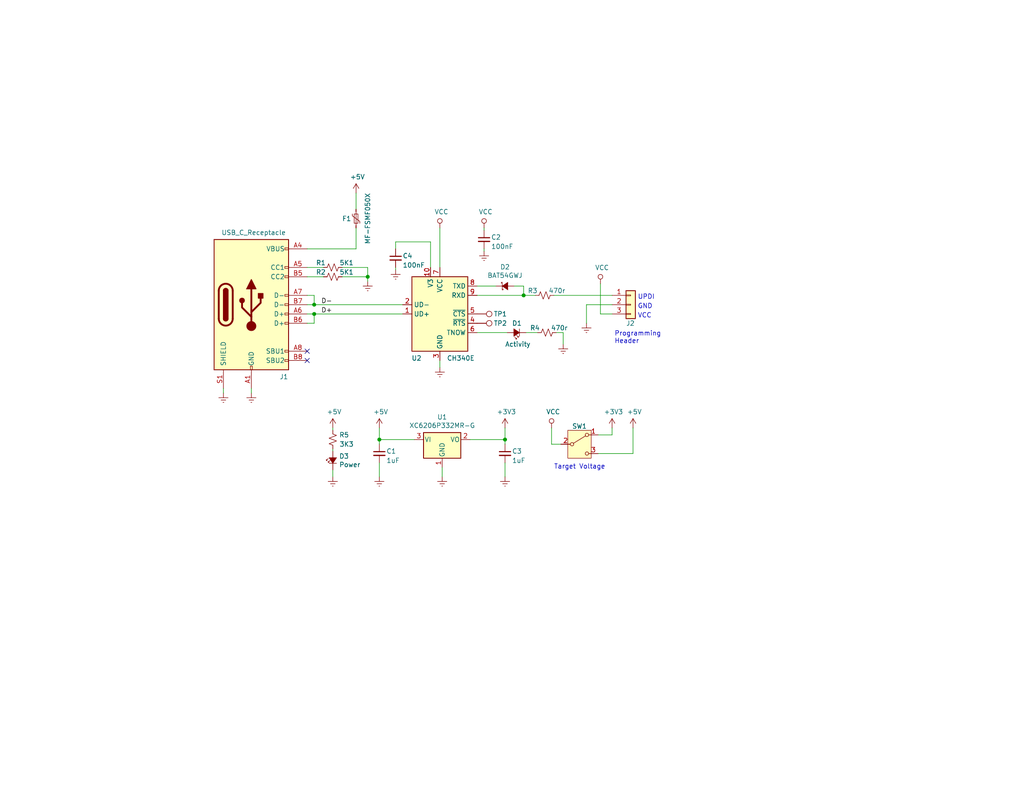
<source format=kicad_sch>
(kicad_sch (version 20231120) (generator "eeschema") (generator_version "8.0")
  (paper "A")
  (title_block (title "Serial UPDI Programmer") (date "2024-09-01") (rev "1") (company "Gadget Reboot") (comment 1 "https://www.youtube.com/gadgetreboot") (comment 2 "https://github.com/GadgetReboot/Serial_UPDI"))
  (lib_symbols
    (symbol "CH340E:CH340E"
      (property "Reference" "U" (at -5.08 13.97 0))
      (property "Value" "CH340E" (at 1.27 13.97 0))
      (symbol "CH340E_0_1"
        (rectangle (start -7.62 12.7) (end 7.62 -7.62) (stroke (width 0.254)) (fill (type background)))
      )
      (symbol "CH340E_1_1"
        (pin bidirectional line (at -10.16 2.54 0) (length 2.54) (name "UD+") (number "1"))
        (pin passive line (at -2.54 15.24 270) (length 2.54) (name "V3") (number "10"))
        (pin bidirectional line (at -10.16 5.08 0) (length 2.54) (name "UD-") (number "2"))
        (pin power_in line (at 0 -10.16 90) (length 2.54) (name "GND") (number "3"))
        (pin output line (at 10.16 0 180) (length 2.54) (name "~{RTS}") (number "4"))
        (pin input line (at 10.16 2.54 180) (length 2.54) (name "~{CTS}") (number "5"))
        (pin output line (at 10.16 -2.54 180) (length 2.54) (name "TNOW") (number "6"))
        (pin power_in line (at 0 15.24 270) (length 2.54) (name "VCC") (number "7"))
        (pin output line (at 10.16 10.16 180) (length 2.54) (name "TXD") (number "8"))
        (pin input line (at 10.16 7.62 180) (length 2.54) (name "RXD") (number "9"))
      )
    )
    (symbol "Connector:TestPoint" (pin_numbers hide) (pin_names (offset 0.762) hide)
      (property "Reference" "TP" (at 0 6.858 0))
      (property "Value" "TestPoint" (at 0 5.08 0))
      (symbol "TestPoint_0_1"
        (circle (center 0 3.302) (radius 0.762))
      )
      (symbol "TestPoint_1_1"
        (pin passive line (at 0 0 90) (length 2.54) (name "1") (number "1"))
      )
    )
    (symbol "Connector_Generic:Conn_01x03" (pin_names (offset 1.016) hide)
      (property "Reference" "J" (at 0 5.08 0))
      (property "Value" "Conn_01x03" (at 0 -5.08 0))
      (symbol "Conn_01x03_1_1"
        (rectangle (start -1.27 -2.413) (end 0 -2.667) (stroke (width 0.1524)))
        (rectangle (start -1.27 0.127) (end 0 -0.127) (stroke (width 0.1524)))
        (rectangle (start -1.27 2.667) (end 0 2.413) (stroke (width 0.1524)))
        (rectangle (start -1.27 3.81) (end 1.27 -3.81) (stroke (width 0.254)) (fill (type background)))
        (pin passive line (at -5.08 2.54 0) (length 3.81) (name "Pin_1") (number "1"))
        (pin passive line (at -5.08 0 0) (length 3.81) (name "Pin_2") (number "2"))
        (pin passive line (at -5.08 -2.54 0) (length 3.81) (name "Pin_3") (number "3"))
      )
    )
    (symbol "Device:C_Small" (pin_numbers hide) (pin_names (offset 0.254) hide)
      (property "Reference" "C" (at 0.254 1.778 0))
      (property "Value" "C_Small" (at 0.254 -2.032 0))
      (symbol "C_Small_0_1"
        (polyline (pts (xy -1.524 -0.508) (xy 1.524 -0.508)) (stroke (width 0.3302)))
        (polyline (pts (xy -1.524 0.508) (xy 1.524 0.508)) (stroke (width 0.3048)))
      )
      (symbol "C_Small_1_1"
        (pin passive line (at 0 2.54 270) (length 2.032) (name "~") (number "1"))
        (pin passive line (at 0 -2.54 90) (length 2.032) (name "~") (number "2"))
      )
    )
    (symbol "Device:Polyfuse_Small" (pin_numbers hide) (pin_names (offset 0))
      (property "Reference" "F" (at -1.905 0 90))
      (property "Value" "Polyfuse_Small" (at 1.905 0 90))
      (symbol "Polyfuse_Small_0_1"
        (rectangle (start -0.508 1.27) (end 0.508 -1.27))
        (polyline (pts (xy 0 2.54) (xy 0 -2.54)))
        (polyline (pts (xy -1.016 1.27) (xy -1.016 0.762) (xy 1.016 -0.762) (xy 1.016 -1.27)))
      )
      (symbol "Polyfuse_Small_1_1"
        (pin passive line (at 0 2.54 270) (length 0.635) (name "~") (number "1"))
        (pin passive line (at 0 -2.54 90) (length 0.635) (name "~") (number "2"))
      )
    )
    (symbol "Device:R_Small_US" (pin_numbers hide) (pin_names (offset 0.254) hide)
      (property "Reference" "R" (at 0.762 0.508 0))
      (property "Value" "R_Small_US" (at 0.762 -1.016 0))
      (symbol "R_Small_US_1_1"
        (polyline (pts (xy 0 0) (xy 1.016 -0.381) (xy 0 -0.762) (xy -1.016 -1.143) (xy 0 -1.524)))
        (polyline (pts (xy 0 1.524) (xy 1.016 1.143) (xy 0 0.762) (xy -1.016 0.381) (xy 0 0)))
        (pin passive line (at 0 2.54 270) (length 1.016) (name "~") (number "1"))
        (pin passive line (at 0 -2.54 90) (length 1.016) (name "~") (number "2"))
      )
    )
    (symbol "Regulator_Linear:APE8865N-33-HF-3" (pin_names (offset 0.254))
      (property "Reference" "U" (at -3.81 3.175 0))
      (property "Value" "APE8865N-33-HF-3" (at 0 3.175 0))
      (symbol "APE8865N-33-HF-3_0_1"
        (rectangle (start -5.08 1.905) (end 5.08 -5.08) (stroke (width 0.254)) (fill (type background)))
      )
      (symbol "APE8865N-33-HF-3_1_1"
        (pin power_in line (at 0 -7.62 90) (length 2.54) (name "GND") (number "1"))
        (pin power_out line (at 7.62 0 180) (length 2.54) (name "VO") (number "2"))
        (pin power_in line (at -7.62 0 0) (length 2.54) (name "VI") (number "3"))
      )
    )
    (symbol "Serial_UPDI-rescue:+3V3-power" (power) (pin_names (offset 0))
      (property "Value" "power_+3V3" (at 0 3.556 0))
      (symbol "+3V3-power_0_1"
        (polyline (pts (xy -0.762 1.27) (xy 0 2.54)))
        (polyline (pts (xy 0 0) (xy 0 2.54)))
        (polyline (pts (xy 0 2.54) (xy 0.762 1.27)))
      )
      (symbol "+3V3-power_1_1"
        (pin power_in line (at 0 0 90) (length 0) hide (name "+3V3") (number "1"))
      )
    )
    (symbol "Serial_UPDI-rescue:+5V-power" (power) (pin_names (offset 0))
      (property "Value" "power_+5V" (at 0 3.556 0))
      (symbol "+5V-power_0_1"
        (polyline (pts (xy -0.762 1.27) (xy 0 2.54)))
        (polyline (pts (xy 0 0) (xy 0 2.54)))
        (polyline (pts (xy 0 2.54) (xy 0.762 1.27)))
      )
      (symbol "+5V-power_1_1"
        (pin power_in line (at 0 0 90) (length 0) hide (name "+5V") (number "1"))
      )
    )
    (symbol "Serial_UPDI-rescue:D_Schottky_Small_ALT-Device" (pin_numbers hide) (pin_names (offset 0.254) hide)
      (property "Reference" "D" (at -1.27 2.032 0))
      (property "Value" "Device_D_Schottky_Small_ALT" (at -7.112 -2.032 0))
      (symbol "D_Schottky_Small_ALT-Device_0_1"
        (polyline (pts (xy -0.762 -1.016) (xy -0.762 1.016)))
        (polyline (pts (xy -0.762 0) (xy 0.762 0)))
        (polyline (pts (xy -0.762 -1.016) (xy -0.508 -1.016) (xy -0.508 -0.762)))
        (polyline (pts (xy -0.762 1.016) (xy -1.016 1.016) (xy -1.016 0.762)))
        (polyline (pts (xy 0.762 -1.016) (xy -0.762 0) (xy 0.762 1.016) (xy 0.762 -1.016)) (fill (type outline)))
      )
      (symbol "D_Schottky_Small_ALT-Device_1_1"
        (pin passive line (at -2.54 0 0) (length 1.778) (name "K") (number "1"))
        (pin passive line (at 2.54 0 180) (length 1.778) (name "A") (number "2"))
      )
    )
    (symbol "Serial_UPDI-rescue:GNDREF-power" (power) (pin_names (offset 0))
      (property "Value" "power_GNDREF" (at 0 -3.81 0))
      (symbol "GNDREF-power_0_1"
        (polyline (pts (xy -0.635 -1.905) (xy 0.635 -1.905)))
        (polyline (pts (xy -0.127 -2.54) (xy 0.127 -2.54)))
        (polyline (pts (xy 0 -1.27) (xy 0 0)))
        (polyline (pts (xy 1.27 -1.27) (xy -1.27 -1.27)))
      )
      (symbol "GNDREF-power_1_1"
        (pin power_in line (at 0 0 270) (length 0) hide (name "GNDREF") (number "1"))
      )
    )
    (symbol "Serial_UPDI-rescue:LED_Small_ALT-Device" (pin_numbers hide) (pin_names (offset 0.254) hide)
      (property "Reference" "D" (at -1.27 3.175 0))
      (property "Value" "Device_LED_Small_ALT" (at -4.445 -2.54 0))
      (symbol "LED_Small_ALT-Device_0_1"
        (polyline (pts (xy -0.762 -1.016) (xy -0.762 1.016)))
        (polyline (pts (xy 1.016 0) (xy -0.762 0)))
        (polyline (pts (xy 0.762 -1.016) (xy -0.762 0) (xy 0.762 1.016) (xy 0.762 -1.016)) (fill (type outline)))
        (polyline (pts (xy 0 0.762) (xy -0.508 1.27) (xy -0.254 1.27) (xy -0.508 1.27) (xy -0.508 1.016)))
        (polyline (pts (xy 0.508 1.27) (xy 0 1.778) (xy 0.254 1.778) (xy 0 1.778) (xy 0 1.524)))
      )
      (symbol "LED_Small_ALT-Device_1_1"
        (pin passive line (at -2.54 0 0) (length 1.778) (name "K") (number "1"))
        (pin passive line (at 2.54 0 180) (length 1.778) (name "A") (number "2"))
      )
    )
    (symbol "Serial_UPDI-rescue:USB_C_Receptacle_USB2.0-Connector" (pin_names (offset 1.016))
      (property "Reference" "J" (at -10.16 19.05 0))
      (property "Value" "Connector_USB_C_Receptacle_USB2.0" (at 19.05 19.05 0))
      (symbol "USB_C_Receptacle_USB2.0-Connector_0_0"
        (rectangle (start -0.254 -17.78) (end 0.254 -16.764))
        (rectangle (start 10.16 -14.986) (end 9.144 -15.494))
        (rectangle (start 10.16 -12.446) (end 9.144 -12.954))
        (rectangle (start 10.16 -4.826) (end 9.144 -5.334))
        (rectangle (start 10.16 -2.286) (end 9.144 -2.794))
        (rectangle (start 10.16 0.254) (end 9.144 -0.254))
        (rectangle (start 10.16 2.794) (end 9.144 2.286))
        (rectangle (start 10.16 7.874) (end 9.144 7.366))
        (rectangle (start 10.16 10.414) (end 9.144 9.906))
        (rectangle (start 10.16 15.494) (end 9.144 14.986))
      )
      (symbol "USB_C_Receptacle_USB2.0-Connector_0_1"
        (rectangle (start -10.16 17.78) (end 10.16 -17.78) (stroke (width 0.254)) (fill (type background)))
        (arc (start -8.89 -3.81) (mid -6.985 -5.715) (end -5.08 -3.81) (stroke (width 0.508)))
        (arc (start -7.62 -3.81) (mid -6.985 -4.445) (end -6.35 -3.81) (stroke (width 0.254)))
        (arc (start -7.62 -3.81) (mid -6.985 -4.445) (end -6.35 -3.81) (stroke (width 0.254)) (fill (type outline)))
        (rectangle (start -7.62 -3.81) (end -6.35 3.81) (stroke (width 0.254)) (fill (type outline)))
        (arc (start -6.35 3.81) (mid -6.985 4.445) (end -7.62 3.81) (stroke (width 0.254)))
        (arc (start -6.35 3.81) (mid -6.985 4.445) (end -7.62 3.81) (stroke (width 0.254)) (fill (type outline)))
        (arc (start -5.08 3.81) (mid -6.985 5.715) (end -8.89 3.81) (stroke (width 0.508)))
        (circle (center -2.54 1.143) (radius 0.635) (stroke (width 0.254)) (fill (type outline)))
        (circle (center 0 -5.842) (radius 1.27) (fill (type outline)))
        (polyline (pts (xy -8.89 -3.81) (xy -8.89 3.81)) (stroke (width 0.508)))
        (polyline (pts (xy -5.08 3.81) (xy -5.08 -3.81)) (stroke (width 0.508)))
        (polyline (pts (xy 0 -5.842) (xy 0 4.318)) (stroke (width 0.508)))
        (polyline (pts (xy 0 -3.302) (xy -2.54 -0.762) (xy -2.54 0.508)) (stroke (width 0.508)))
        (polyline (pts (xy 0 -2.032) (xy 2.54 0.508) (xy 2.54 1.778)) (stroke (width 0.508)))
        (polyline (pts (xy -1.27 4.318) (xy 0 6.858) (xy 1.27 4.318) (xy -1.27 4.318)) (stroke (width 0.254)) (fill (type outline)))
        (rectangle (start 1.905 1.778) (end 3.175 3.048) (stroke (width 0.254)) (fill (type outline)))
      )
      (symbol "USB_C_Receptacle_USB2.0-Connector_1_1"
        (pin power_in line (at 0 -22.86 90) (length 5.08) (name "GND") (number "A1"))
        (pin passive line (at 0 -22.86 90) (length 5.08) hide (name "GND") (number "A12"))
        (pin power_in line (at 15.24 15.24 180) (length 5.08) (name "VBUS") (number "A4"))
        (pin bidirectional line (at 15.24 10.16 180) (length 5.08) (name "CC1") (number "A5"))
        (pin bidirectional line (at 15.24 -2.54 180) (length 5.08) (name "D+") (number "A6"))
        (pin bidirectional line (at 15.24 2.54 180) (length 5.08) (name "D-") (number "A7"))
        (pin bidirectional line (at 15.24 -12.7 180) (length 5.08) (name "SBU1") (number "A8"))
        (pin passive line (at 15.24 15.24 180) (length 5.08) hide (name "VBUS") (number "A9"))
        (pin passive line (at 0 -22.86 90) (length 5.08) hide (name "GND") (number "B1"))
        (pin passive line (at 0 -22.86 90) (length 5.08) hide (name "GND") (number "B12"))
        (pin passive line (at 15.24 15.24 180) (length 5.08) hide (name "VBUS") (number "B4"))
        (pin bidirectional line (at 15.24 7.62 180) (length 5.08) (name "CC2") (number "B5"))
        (pin bidirectional line (at 15.24 -5.08 180) (length 5.08) (name "D+") (number "B6"))
        (pin bidirectional line (at 15.24 0 180) (length 5.08) (name "D-") (number "B7"))
        (pin bidirectional line (at 15.24 -15.24 180) (length 5.08) (name "SBU2") (number "B8"))
        (pin passive line (at 15.24 15.24 180) (length 5.08) hide (name "VBUS") (number "B9"))
        (pin passive line (at -7.62 -22.86 90) (length 5.08) (name "SHIELD") (number "S1"))
      )
    )
    (symbol "Serial_UPDI-rescue:VCC-power" (power) (pin_names (offset 0))
      (property "Value" "power_VCC" (at 0 3.81 0))
      (symbol "VCC-power_0_1"
        (polyline (pts (xy 0 0) (xy 0 1.27)))
        (circle (center 0 1.905) (radius 0.635))
      )
      (symbol "VCC-power_1_1"
        (pin power_in line (at 0 0 90) (length 0) hide (name "VCC") (number "1"))
      )
    )
    (symbol "Switch:SW_SPDT" (pin_names (offset 0) hide)
      (property "Reference" "SW" (at 0 5.08 0))
      (property "Value" "SW_SPDT" (at 0 -5.08 0))
      (symbol "SW_SPDT_0_1"
        (circle (center -2.032 0) (radius 0.4572))
        (polyline (pts (xy -1.651 0.254) (xy 1.651 2.286)))
        (circle (center 2.032 -2.54) (radius 0.4572))
        (circle (center 2.032 2.54) (radius 0.4572))
      )
      (symbol "SW_SPDT_1_1"
        (rectangle (start -3.175 3.81) (end 3.175 -3.81) (fill (type background)))
        (pin passive line (at 5.08 2.54 180) (length 2.54) (name "A") (number "1"))
        (pin passive line (at -5.08 0 0) (length 2.54) (name "B") (number "2"))
        (pin passive line (at 5.08 -2.54 180) (length 2.54) (name "C") (number "3"))
      )
    )
  )
  (junction (at 142.875 80.645))
  (junction (at 85.725 85.725))
  (junction (at 103.505 120.015))
  (junction (at 85.725 83.185))
  (junction (at 100.33 75.565))
  (junction (at 137.795 120.015))
  (no_connect (at 83.82 98.425))
  (no_connect (at 83.82 95.885))
  (wire (pts (xy 142.875 78.105) (xy 142.875 80.645)))
  (wire (pts (xy 83.82 88.265) (xy 85.725 88.265)))
  (wire (pts (xy 68.58 107.315) (xy 68.58 106.045)))
  (wire (pts (xy 137.795 121.285) (xy 137.795 120.015)))
  (wire (pts (xy 167.005 118.745) (xy 167.005 116.84)))
  (wire (pts (xy 153.67 90.805) (xy 153.67 93.98)))
  (wire (pts (xy 60.96 107.315) (xy 60.96 106.045)))
  (wire (pts (xy 83.82 67.945) (xy 97.155 67.945)))
  (wire (pts (xy 85.725 80.645) (xy 83.82 80.645)))
  (wire (pts (xy 85.725 85.725) (xy 83.82 85.725)))
  (wire (pts (xy 172.72 123.825) (xy 172.72 116.84)))
  (wire (pts (xy 167.005 83.185) (xy 160.02 83.185)))
  (wire (pts (xy 97.155 52.705) (xy 97.155 57.15)))
  (wire (pts (xy 103.505 120.015) (xy 103.505 121.285)))
  (wire (pts (xy 117.475 73.025) (xy 117.475 66.04)))
  (wire (pts (xy 107.95 73.66) (xy 107.95 73.025)))
  (wire (pts (xy 97.155 67.945) (xy 97.155 62.23)))
  (wire (pts (xy 83.82 83.185) (xy 85.725 83.185)))
  (wire (pts (xy 132.08 62.865) (xy 132.08 62.23)))
  (wire (pts (xy 140.335 78.105) (xy 142.875 78.105)))
  (wire (pts (xy 85.725 83.185) (xy 109.855 83.185)))
  (wire (pts (xy 83.82 75.565) (xy 88.265 75.565)))
  (wire (pts (xy 128.27 120.015) (xy 137.795 120.015)))
  (wire (pts (xy 85.725 88.265) (xy 85.725 85.725)))
  (wire (pts (xy 109.855 85.725) (xy 85.725 85.725)))
  (wire (pts (xy 93.345 73.025) (xy 100.33 73.025)))
  (wire (pts (xy 83.82 73.025) (xy 88.265 73.025)))
  (wire (pts (xy 132.08 68.58) (xy 132.08 67.945)))
  (wire (pts (xy 103.505 130.175) (xy 103.505 126.365)))
  (wire (pts (xy 150.495 121.285) (xy 153.035 121.285)))
  (wire (pts (xy 160.02 83.185) (xy 160.02 88.265)))
  (wire (pts (xy 120.015 62.23) (xy 120.015 73.025)))
  (wire (pts (xy 146.685 90.805) (xy 143.51 90.805)))
  (wire (pts (xy 100.33 73.025) (xy 100.33 75.565)))
  (wire (pts (xy 167.005 85.725) (xy 163.83 85.725)))
  (wire (pts (xy 93.345 75.565) (xy 100.33 75.565)))
  (wire (pts (xy 107.95 66.04) (xy 117.475 66.04)))
  (wire (pts (xy 103.505 116.84) (xy 103.505 120.015)))
  (wire (pts (xy 107.95 67.945) (xy 107.95 66.04)))
  (wire (pts (xy 85.725 83.185) (xy 85.725 80.645)))
  (wire (pts (xy 120.015 100.33) (xy 120.015 98.425)))
  (wire (pts (xy 150.495 116.84) (xy 150.495 121.285)))
  (wire (pts (xy 90.805 122.555) (xy 90.805 123.19)))
  (wire (pts (xy 90.805 116.84) (xy 90.805 117.475)))
  (wire (pts (xy 137.795 120.015) (xy 137.795 116.84)))
  (wire (pts (xy 130.175 80.645) (xy 142.875 80.645)))
  (wire (pts (xy 163.83 85.725) (xy 163.83 77.47)))
  (wire (pts (xy 163.195 118.745) (xy 167.005 118.745)))
  (wire (pts (xy 113.03 120.015) (xy 103.505 120.015)))
  (wire (pts (xy 138.43 90.805) (xy 130.175 90.805)))
  (wire (pts (xy 100.33 75.565) (xy 100.33 76.835)))
  (wire (pts (xy 151.13 80.645) (xy 167.005 80.645)))
  (wire (pts (xy 90.805 128.27) (xy 90.805 130.175)))
  (wire (pts (xy 163.195 123.825) (xy 172.72 123.825)))
  (wire (pts (xy 120.65 127.635) (xy 120.65 130.175)))
  (wire (pts (xy 137.795 130.175) (xy 137.795 126.365)))
  (wire (pts (xy 130.175 78.105) (xy 135.255 78.105)))
  (wire (pts (xy 142.875 80.645) (xy 146.05 80.645)))
  (wire (pts (xy 151.765 90.805) (xy 153.67 90.805)))
  (text "GND" (at 173.99 84.455 0) (effects (font (size 1.27 1.27)) (justify left bottom)))
  (text "Programming\nHeader" (at 167.64 93.98 0) (effects (font (size 1.27 1.27)) (justify left bottom)))
  (text "Target Voltage" (at 151.13 128.27 0) (effects (font (size 1.27 1.27)) (justify left bottom)))
  (text "UPDI" (at 173.99 81.915 0) (effects (font (size 1.27 1.27)) (justify left bottom)))
  (text "VCC" (at 173.99 86.995 0) (effects (font (size 1.27 1.27)) (justify left bottom)))
  (label "D-" (at 87.63 83.185 0))
  (label "D+" (at 87.63 85.725 0))
  (symbol (lib_id "Device:Polyfuse_Small") (at 97.155 59.69 180) (unit 1)
    (property "Reference" "F1" (at 93.345 59.69 0) (effects (justify right)))
    (property "Value" "MF-FSMF050X" (at 100.33 66.675 90) (effects (justify right)))
    (property "Footprint" "Resistor_SMD:R_0603_1608Metric_Pad1.05x0.95mm_HandSolder" (effects (hide yes)))
  )
  (symbol (lib_id "Device:C_Small") (at 103.505 123.825 0) (unit 1)
    (property "Reference" "C1" (at 105.41 123.19 0) (effects (justify left)))
    (property "Value" "1uF" (at 105.41 125.73 0) (effects (justify left)))
    (property "Footprint" "Capacitor_SMD:C_0805_2012Metric_Pad1.15x1.40mm_HandSolder" (effects (hide yes)))
  )
  (symbol (lib_id "Serial_UPDI-rescue:GNDREF-power") (at 103.505 130.175 0) (mirror y) (unit 1)
    (property "Reference" "#PWR03" (effects (hide yes)))
    (property "Value" "GNDREF" (effects (hide yes)))
  )
  (symbol (lib_id "Device:R_Small_US") (at 90.805 120.015 0) (unit 1)
    (property "Reference" "R5" (at 95.25 118.745 0) (effects (justify right)))
    (property "Value" "3K3" (at 96.52 121.285 0) (effects (justify right)))
    (property "Footprint" "Resistor_SMD:R_0805_2012Metric_Pad1.15x1.40mm_HandSolder" (effects (hide yes)))
  )
  (symbol (lib_id "Serial_UPDI-rescue:LED_Small_ALT-Device") (at 90.805 125.73 90) (unit 1)
    (property "Reference" "D3" (at 92.5322 124.5616 90) (effects (justify right)))
    (property "Value" "Power" (at 92.5322 126.873 90) (effects (justify right)))
    (property "Footprint" "LED_SMD:LED_0805_2012Metric_Pad1.15x1.40mm_HandSolder" (effects (hide yes)))
  )
  (symbol (lib_id "Serial_UPDI-rescue:GNDREF-power") (at 90.805 130.175 0) (mirror y) (unit 1)
    (property "Reference" "#PWR021" (effects (hide yes)))
    (property "Value" "GNDREF" (effects (hide yes)))
  )
  (symbol (lib_id "Serial_UPDI-rescue:LED_Small_ALT-Device") (at 140.97 90.805 180) (unit 1)
    (property "Reference" "D1" (at 139.7 88.265 0) (effects (justify right)))
    (property "Value" "Activity" (at 137.795 93.98 0) (effects (justify right)))
    (property "Footprint" "LED_SMD:LED_0805_2012Metric_Pad1.15x1.40mm_HandSolder" (effects (hide yes)))
  )
  (symbol (lib_id "Serial_UPDI-rescue:USB_C_Receptacle_USB2.0-Connector") (at 68.58 83.185 0) (unit 1)
    (property "Reference" "J1" (at 77.47 102.87 0))
    (property "Value" "USB_C_Receptacle" (at 69.215 63.5 0))
    (property "Footprint" "Connector_USB:USB_C_Receptacle_XKB_U262-16XN-4BVC11" (effects (hide yes)))
    (property "Datasheet" "https://www.usb.org/sites/default/files/documents/usb_type-c.zip" (effects (hide yes)))
    (property "Part #" "XKB Connectivity U262-161N-4BVC11" (effects (hide yes)))
  )
  (symbol (lib_id "CH340E:CH340E") (at 120.015 88.265 0) (unit 1)
    (property "Reference" "U2" (at 113.665 97.79 0))
    (property "Value" "CH340E" (at 125.73 97.79 0))
    (property "Footprint" "Package_SO:MSOP-10_3x3mm_P0.5mm" (effects (hide yes)))
  )
  (symbol (lib_id "Device:R_Small_US") (at 90.805 75.565 270) (unit 1)
    (property "Reference" "R2" (at 88.9 74.295 90) (effects (justify right)))
    (property "Value" "5K1" (at 96.52 74.295 90) (effects (justify right)))
    (property "Footprint" "Resistor_SMD:R_0805_2012Metric_Pad1.15x1.40mm_HandSolder" (effects (hide yes)))
  )
  (symbol (lib_id "Device:R_Small_US") (at 90.805 73.025 270) (unit 1)
    (property "Reference" "R1" (at 88.9 71.755 90) (effects (justify right)))
    (property "Value" "5K1" (at 96.52 71.755 90) (effects (justify right)))
    (property "Footprint" "Resistor_SMD:R_0805_2012Metric_Pad1.15x1.40mm_HandSolder" (effects (hide yes)))
  )
  (symbol (lib_id "Serial_UPDI-rescue:GNDREF-power") (at 100.33 76.835 0) (mirror y) (unit 1)
    (property "Reference" "#PWR011" (effects (hide yes)))
    (property "Value" "GNDREF" (effects (hide yes)))
  )
  (symbol (lib_id "Serial_UPDI-rescue:GNDREF-power") (at 68.58 107.315 0) (mirror y) (unit 1)
    (property "Reference" "#PWR017" (effects (hide yes)))
    (property "Value" "GNDREF" (effects (hide yes)))
  )
  (symbol (lib_id "Serial_UPDI-rescue:GNDREF-power") (at 60.96 107.315 0) (mirror y) (unit 1)
    (property "Reference" "#PWR016" (effects (hide yes)))
    (property "Value" "GNDREF" (effects (hide yes)))
  )
  (symbol (lib_id "Device:C_Small") (at 107.95 70.485 0) (unit 1)
    (property "Reference" "C4" (at 109.855 69.85 0) (effects (justify left)))
    (property "Value" "100nF" (at 109.855 72.39 0) (effects (justify left)))
    (property "Footprint" "Capacitor_SMD:C_0805_2012Metric_Pad1.15x1.40mm_HandSolder" (effects (hide yes)))
  )
  (symbol (lib_id "Serial_UPDI-rescue:GNDREF-power") (at 107.95 73.66 0) (mirror y) (unit 1)
    (property "Reference" "#PWR010" (effects (hide yes)))
    (property "Value" "GNDREF" (effects (hide yes)))
  )
  (symbol (lib_id "Device:C_Small") (at 132.08 65.405 0) (unit 1)
    (property "Reference" "C2" (at 133.985 64.77 0) (effects (justify left)))
    (property "Value" "100nF" (at 133.985 67.31 0) (effects (justify left)))
    (property "Footprint" "Capacitor_SMD:C_0805_2012Metric_Pad1.15x1.40mm_HandSolder" (effects (hide yes)))
  )
  (symbol (lib_id "Serial_UPDI-rescue:GNDREF-power") (at 132.08 68.58 0) (mirror y) (unit 1)
    (property "Reference" "#PWR08" (effects (hide yes)))
    (property "Value" "GNDREF" (effects (hide yes)))
  )
  (symbol (lib_id "Serial_UPDI-rescue:VCC-power") (at 120.015 62.23 0) (unit 1)
    (property "Reference" "#PWR04" (effects (hide yes)))
    (property "Value" "VCC" (at 120.4468 57.8358 0))
  )
  (symbol (lib_id "Serial_UPDI-rescue:VCC-power") (at 132.08 62.23 0) (unit 1)
    (property "Reference" "#PWR05" (effects (hide yes)))
    (property "Value" "VCC" (at 132.5118 57.8358 0))
  )
  (symbol (lib_id "Serial_UPDI-rescue:GNDREF-power") (at 120.015 100.33 0) (mirror y) (unit 1)
    (property "Reference" "#PWR014" (effects (hide yes)))
    (property "Value" "GNDREF" (effects (hide yes)))
  )
  (symbol (lib_id "Connector:TestPoint") (at 130.175 88.265 270) (unit 1)
    (property "Reference" "TP2" (at 136.525 88.265 90))
    (property "Value" "TestPoint" (effects (hide yes)))
    (property "Footprint" "TestPoint:TestPoint_Loop_D1.80mm_Drill1.0mm_Beaded" (effects (hide yes)))
  )
  (symbol (lib_id "Connector:TestPoint") (at 130.175 85.725 270) (unit 1)
    (property "Reference" "TP1" (at 136.525 85.725 90))
    (property "Value" "TestPoint" (effects (hide yes)))
    (property "Footprint" "TestPoint:TestPoint_Loop_D1.80mm_Drill1.0mm_Beaded" (effects (hide yes)))
  )
  (symbol (lib_id "Serial_UPDI-rescue:D_Schottky_Small_ALT-Device") (at 137.795 78.105 0) (unit 1)
    (property "Reference" "D2" (at 137.795 72.898 0))
    (property "Value" "BAT54GWJ" (at 137.795 75.2094 0))
    (property "Footprint" "footprints:SOD-123" (effects (hide yes)))
  )
  (symbol (lib_id "Switch:SW_SPDT") (at 158.115 121.285 0) (unit 1)
    (property "Reference" "SW1" (at 158.115 116.3828 0))
    (property "Value" "SW_SPDT" (effects (hide yes)))
    (property "Footprint" "footprints:SW_SPDT_PCM12_" (effects (hide yes)))
  )
  (symbol (lib_id "Device:R_Small_US") (at 148.59 80.645 270) (unit 1)
    (property "Reference" "R3" (at 146.685 79.375 90) (effects (justify right)))
    (property "Value" "470r" (at 154.305 79.375 90) (effects (justify right)))
    (property "Footprint" "Resistor_SMD:R_0805_2012Metric_Pad1.15x1.40mm_HandSolder" (effects (hide yes)))
  )
  (symbol (lib_id "Serial_UPDI-rescue:+3V3-power") (at 167.005 116.84 0) (unit 1)
    (property "Reference" "#PWR022" (effects (hide yes)))
    (property "Value" "+3V3" (at 167.386 112.4458 0))
  )
  (symbol (lib_id "Serial_UPDI-rescue:+5V-power") (at 172.72 116.84 0) (unit 1)
    (property "Reference" "#PWR023" (effects (hide yes)))
    (property "Value" "+5V" (at 173.101 112.4458 0))
  )
  (symbol (lib_id "Connector_Generic:Conn_01x03") (at 172.085 83.185 0) (unit 1)
    (property "Reference" "J2" (at 170.815 88.265 0) (effects (justify left)))
    (property "Value" "Conn_01x03" (effects (hide yes)))
    (property "Footprint" "Connector_PinHeader_2.54mm:PinHeader_1x03_P2.54mm_Vertical" (effects (hide yes)))
  )
  (symbol (lib_id "Serial_UPDI-rescue:GNDREF-power") (at 160.02 88.265 0) (mirror y) (unit 1)
    (property "Reference" "#PWR019" (effects (hide yes)))
    (property "Value" "GNDREF" (effects (hide yes)))
  )
  (symbol (lib_id "Serial_UPDI-rescue:GNDREF-power") (at 153.67 93.98 0) (mirror y) (unit 1)
    (property "Reference" "#PWR018" (effects (hide yes)))
    (property "Value" "GNDREF" (effects (hide yes)))
  )
  (symbol (lib_id "Device:R_Small_US") (at 149.225 90.805 270) (unit 1)
    (property "Reference" "R4" (at 147.32 89.535 90) (effects (justify right)))
    (property "Value" "470r" (at 154.94 89.535 90) (effects (justify right)))
    (property "Footprint" "Resistor_SMD:R_0805_2012Metric_Pad1.15x1.40mm_HandSolder" (effects (hide yes)))
  )
  (symbol (lib_id "Serial_UPDI-rescue:+5V-power") (at 97.155 52.705 0) (unit 1)
    (property "Reference" "#PWR02" (effects (hide yes)))
    (property "Value" "+5V" (at 97.536 48.3108 0))
  )
  (symbol (lib_id "Serial_UPDI-rescue:+5V-power") (at 103.505 116.84 0) (unit 1)
    (property "Reference" "#PWR06" (effects (hide yes)))
    (property "Value" "+5V" (at 103.886 112.4458 0))
  )
  (symbol (lib_id "Serial_UPDI-rescue:+5V-power") (at 90.805 116.84 0) (unit 1)
    (property "Reference" "#PWR01" (effects (hide yes)))
    (property "Value" "+5V" (at 91.186 112.4458 0))
  )
  (symbol (lib_id "Serial_UPDI-rescue:VCC-power") (at 150.495 116.84 0) (unit 1)
    (property "Reference" "#PWR015" (effects (hide yes)))
    (property "Value" "VCC" (at 150.9268 112.4458 0))
  )
  (symbol (lib_id "Regulator_Linear:APE8865N-33-HF-3") (at 120.65 120.015 0) (unit 1)
    (property "Reference" "U1" (at 120.65 113.8682 0))
    (property "Value" "XC6206P332MR-G" (at 120.65 116.1796 0))
    (property "Footprint" "Package_TO_SOT_SMD:SOT-23" (effects (hide yes)))
  )
  (symbol (lib_id "Serial_UPDI-rescue:GNDREF-power") (at 120.65 130.175 0) (mirror y) (unit 1)
    (property "Reference" "#PWR09" (effects (hide yes)))
    (property "Value" "GNDREF" (effects (hide yes)))
  )
  (symbol (lib_id "Serial_UPDI-rescue:+3V3-power") (at 137.795 116.84 0) (unit 1)
    (property "Reference" "#PWR012" (effects (hide yes)))
    (property "Value" "+3V3" (at 138.176 112.4458 0))
  )
  (symbol (lib_id "Device:C_Small") (at 137.795 123.825 0) (unit 1)
    (property "Reference" "C3" (at 139.7 123.19 0) (effects (justify left)))
    (property "Value" "1uF" (at 139.7 125.73 0) (effects (justify left)))
    (property "Footprint" "Capacitor_SMD:C_0805_2012Metric_Pad1.15x1.40mm_HandSolder" (effects (hide yes)))
  )
  (symbol (lib_id "Serial_UPDI-rescue:GNDREF-power") (at 137.795 130.175 0) (mirror y) (unit 1)
    (property "Reference" "#PWR013" (effects (hide yes)))
    (property "Value" "GNDREF" (effects (hide yes)))
  )
  (symbol (lib_id "Serial_UPDI-rescue:VCC-power") (at 163.83 77.47 0) (unit 1)
    (property "Reference" "#PWR020" (effects (hide yes)))
    (property "Value" "VCC" (at 164.2618 73.0758 0))
  )
)
</source>
